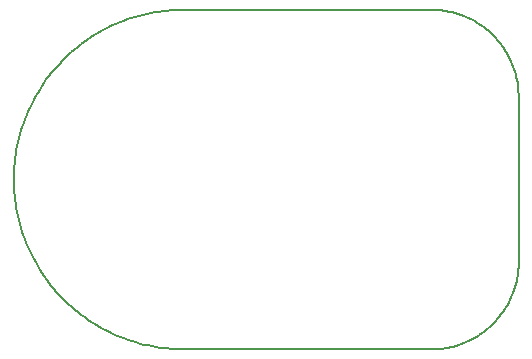
<source format=gm1>
G04 #@! TF.GenerationSoftware,KiCad,Pcbnew,7.0.2-0*
G04 #@! TF.CreationDate,2023-12-21T10:07:40-08:00*
G04 #@! TF.ProjectId,MM Skirt,4d4d2053-6b69-4727-942e-6b696361645f,rev?*
G04 #@! TF.SameCoordinates,Original*
G04 #@! TF.FileFunction,Profile,NP*
%FSLAX46Y46*%
G04 Gerber Fmt 4.6, Leading zero omitted, Abs format (unit mm)*
G04 Created by KiCad (PCBNEW 7.0.2-0) date 2023-12-21 10:07:40*
%MOMM*%
%LPD*%
G01*
G04 APERTURE LIST*
%ADD10C,0.200000*%
G04 APERTURE END LIST*
D10*
X134982428Y-79220625D02*
X135346475Y-79220645D01*
X135673906Y-79220765D01*
X135967356Y-79221080D01*
X136229461Y-79221690D01*
X136462857Y-79222692D01*
X136670180Y-79224185D01*
X136938044Y-79227559D01*
X137162071Y-79232588D01*
X137407961Y-79242442D01*
X137612822Y-79256612D01*
X137843330Y-79281591D01*
X137889318Y-79287679D01*
X144272000Y-88646000D02*
X144271999Y-88989308D01*
X144271999Y-89332616D01*
X144271999Y-89675925D01*
X144271999Y-90019233D01*
X144271999Y-90362541D01*
X144272000Y-90705850D01*
X144272000Y-91049158D01*
X144272000Y-91392467D01*
X144272000Y-91735775D01*
X144272000Y-92079084D01*
X144272000Y-92422392D01*
X144272000Y-92765700D01*
X144272001Y-93109009D01*
X144272001Y-93452317D01*
X144272001Y-93795626D01*
X144272001Y-94138934D01*
X144272000Y-94482243D01*
X144272000Y-94825551D01*
X144272000Y-95168859D01*
X144271999Y-95512168D01*
X144271999Y-95855476D01*
X144271998Y-96198785D01*
X144271998Y-96542093D01*
X144271997Y-96885402D01*
X144271996Y-97228710D01*
X144271994Y-97572019D01*
X144271993Y-97915327D01*
X144271992Y-98258636D01*
X144271990Y-98601944D01*
X144271988Y-98945253D01*
X144271986Y-99288561D01*
X144271984Y-99631870D01*
X115137759Y-107941362D02*
X114827504Y-107921342D01*
X114512682Y-107894145D01*
X114193577Y-107859478D01*
X113870473Y-107817044D01*
X113543654Y-107766548D01*
X113213405Y-107707696D01*
X112880011Y-107640193D01*
X112543756Y-107563744D01*
X112204925Y-107478052D01*
X111863802Y-107382825D01*
X111520672Y-107277765D01*
X111175819Y-107162579D01*
X110829528Y-107036972D01*
X110482083Y-106900648D01*
X110133769Y-106753312D01*
X109784871Y-106594670D01*
X139184167Y-107599104D02*
X138942963Y-107674851D01*
X138717308Y-107739555D01*
X138500939Y-107794065D01*
X138287594Y-107839230D01*
X138071009Y-107875901D01*
X137844922Y-107904925D01*
X137603069Y-107927154D01*
X137339189Y-107943436D01*
X137047018Y-107954622D01*
X136720293Y-107961560D01*
X136352753Y-107965101D01*
X136151719Y-107965863D01*
X135938133Y-107966094D01*
X135711212Y-107965900D01*
X135470172Y-107965388D01*
X135214231Y-107964664D01*
X134942606Y-107963833D01*
X134654515Y-107963003D01*
X134349174Y-107962279D01*
X134025800Y-107961768D01*
X133683611Y-107961576D01*
X133683611Y-107961576D02*
X133384447Y-107961577D01*
X133096365Y-107961579D01*
X132818092Y-107961581D01*
X132548356Y-107961583D01*
X132285885Y-107961585D01*
X132029405Y-107961587D01*
X131777644Y-107961589D01*
X131529329Y-107961591D01*
X131283189Y-107961594D01*
X131037950Y-107961596D01*
X130792340Y-107961598D01*
X130545086Y-107961601D01*
X130294915Y-107961604D01*
X130040556Y-107961606D01*
X129780736Y-107961609D01*
X129514182Y-107961613D01*
X129514182Y-107961613D02*
X129243883Y-107961616D01*
X128970577Y-107961619D01*
X128694572Y-107961623D01*
X128416176Y-107961626D01*
X128135697Y-107961630D01*
X127853444Y-107961634D01*
X127569724Y-107961638D01*
X127284846Y-107961642D01*
X126999118Y-107961646D01*
X126712848Y-107961650D01*
X126426345Y-107961655D01*
X126139916Y-107961659D01*
X125853870Y-107961664D01*
X125568516Y-107961668D01*
X125284160Y-107961673D01*
X125001112Y-107961677D01*
X124719680Y-107961682D01*
X124440172Y-107961686D01*
X124162896Y-107961691D01*
X123888161Y-107961696D01*
X123616274Y-107961700D01*
X123347543Y-107961705D01*
X123082278Y-107961709D01*
X122820786Y-107961714D01*
X122563376Y-107961718D01*
X122310355Y-107961723D01*
X122062032Y-107961727D01*
X121818715Y-107961732D01*
X121580713Y-107961736D01*
X121348333Y-107961740D01*
X121121884Y-107961744D01*
X120901674Y-107961749D01*
X144241694Y-101254748D02*
X144213890Y-101511963D01*
X144184204Y-101724098D01*
X144145423Y-101951389D01*
X144096173Y-102192648D01*
X144035081Y-102446687D01*
X143960776Y-102712317D01*
X143871885Y-102988349D01*
X143803843Y-103177563D01*
X143728301Y-103370520D01*
X143644852Y-103566868D01*
X143553091Y-103766254D01*
X143452611Y-103968328D01*
X142741516Y-82094725D02*
X142896226Y-82302992D01*
X143019693Y-82480523D01*
X143147334Y-82676508D01*
X143277170Y-82891101D01*
X143407222Y-83124456D01*
X143535512Y-83376725D01*
X143660061Y-83648064D01*
X143740038Y-83839626D01*
X143816887Y-84039777D01*
X143890022Y-84248562D01*
X143958856Y-84466028D01*
X144022803Y-84692219D01*
X140583146Y-80206327D02*
X140756517Y-80309446D01*
X140940188Y-80425686D01*
X141132669Y-80555800D01*
X141332469Y-80700538D01*
X141538098Y-80860654D01*
X141748067Y-81036898D01*
X141960885Y-81230023D01*
X142175063Y-81440781D01*
X142317867Y-81591453D01*
X142460171Y-81750519D01*
X142601535Y-81918202D01*
X142741516Y-82094725D01*
X143452611Y-103968328D02*
X143329212Y-104197679D01*
X143221099Y-104384258D01*
X143098730Y-104581489D01*
X142961282Y-104787724D01*
X142807929Y-105001316D01*
X142637847Y-105220616D01*
X142450212Y-105443976D01*
X142314964Y-105594325D01*
X142171304Y-105745258D01*
X142018988Y-105896286D01*
X141857771Y-106046921D01*
X141687411Y-106196676D01*
X144022803Y-84692219D02*
X144072564Y-84886739D01*
X144134253Y-85160215D01*
X144181965Y-85422911D01*
X144217462Y-85687405D01*
X144242507Y-85966279D01*
X144254268Y-86166397D01*
X144262689Y-86382224D01*
X144268293Y-86617488D01*
X144271602Y-86875917D01*
X144273138Y-87161239D01*
X144273423Y-87477180D01*
X144272980Y-87827469D01*
X144272332Y-88215833D01*
X144272093Y-88425458D01*
X144272000Y-88646000D01*
X105341963Y-103338474D02*
X105126795Y-103099778D01*
X104914662Y-102853511D01*
X104705888Y-102599716D01*
X104500799Y-102338436D01*
X104299720Y-102069714D01*
X104102976Y-101793593D01*
X103910892Y-101510117D01*
X103723795Y-101219328D01*
X103542008Y-100921270D01*
X103365859Y-100615985D01*
X103195671Y-100303518D01*
X103031770Y-99983911D01*
X102874482Y-99657208D01*
X102724132Y-99323451D01*
X102581044Y-98982684D01*
X102445546Y-98634950D01*
X120901674Y-107961749D02*
X120437828Y-107961757D01*
X120001274Y-107961761D01*
X119591111Y-107961757D01*
X119206442Y-107961741D01*
X118846367Y-107961710D01*
X118509989Y-107961660D01*
X118196409Y-107961587D01*
X117904727Y-107961487D01*
X117634046Y-107961358D01*
X117383467Y-107961193D01*
X117152092Y-107960991D01*
X116939021Y-107960748D01*
X116564198Y-107960121D01*
X116251812Y-107959282D01*
X115994672Y-107958202D01*
X115785591Y-107956851D01*
X115546353Y-107954249D01*
X115328478Y-107949550D01*
X115137759Y-107941362D01*
X101537039Y-93188738D02*
X101551072Y-92843418D01*
X101573441Y-92498407D01*
X101604113Y-92153905D01*
X101643058Y-91810114D01*
X101690242Y-91467236D01*
X101745634Y-91125471D01*
X101809203Y-90785021D01*
X101880915Y-90446088D01*
X101960740Y-90108872D01*
X102048646Y-89773575D01*
X102144600Y-89440399D01*
X102248571Y-89109544D01*
X102360526Y-88781212D01*
X102480435Y-88455605D01*
X102608264Y-88132923D01*
X102743983Y-87813369D01*
X102445546Y-98634950D02*
X102333873Y-98326220D01*
X102228499Y-98012609D01*
X102129642Y-97694260D01*
X102037520Y-97371314D01*
X101952353Y-97043911D01*
X101874360Y-96712192D01*
X101803758Y-96376300D01*
X101740766Y-96036375D01*
X101685603Y-95692558D01*
X101638488Y-95344991D01*
X101599639Y-94993814D01*
X101569274Y-94639170D01*
X101547614Y-94281199D01*
X101534875Y-93920042D01*
X101531277Y-93555841D01*
X101537039Y-93188738D01*
X110494853Y-80276714D02*
X110817409Y-80150296D01*
X111142952Y-80031752D01*
X111471279Y-79921120D01*
X111802191Y-79818440D01*
X112135486Y-79723750D01*
X112470964Y-79637089D01*
X112808424Y-79558497D01*
X113147664Y-79488012D01*
X113488486Y-79425674D01*
X113830686Y-79371521D01*
X114174066Y-79325592D01*
X114518423Y-79287927D01*
X114863558Y-79258565D01*
X115209269Y-79237544D01*
X115555356Y-79224904D01*
X115901618Y-79220684D01*
X141687411Y-106196676D02*
X141491183Y-106358423D01*
X141322598Y-106488840D01*
X141135500Y-106624812D01*
X140929745Y-106764313D01*
X140705191Y-106905317D01*
X140461695Y-107045799D01*
X140199113Y-107183733D01*
X140013384Y-107273273D01*
X139819068Y-107360181D01*
X139616121Y-107443855D01*
X139404502Y-107523696D01*
X139184167Y-107599104D01*
X105880473Y-83290990D02*
X106131766Y-83052455D01*
X106388793Y-82820086D01*
X106651386Y-82593992D01*
X106919375Y-82374286D01*
X107192592Y-82161079D01*
X107470869Y-81954483D01*
X107754037Y-81754610D01*
X108041927Y-81561572D01*
X108334372Y-81375480D01*
X108631203Y-81196445D01*
X108932251Y-81024581D01*
X109237347Y-80859998D01*
X109546324Y-80702808D01*
X109859013Y-80553123D01*
X110175245Y-80411054D01*
X110494853Y-80276714D01*
X109784871Y-106594670D02*
X109506340Y-106459837D01*
X109226141Y-106316646D01*
X108944655Y-106164927D01*
X108662265Y-106004508D01*
X108379352Y-105835217D01*
X108096297Y-105656884D01*
X107813483Y-105469336D01*
X107531291Y-105272402D01*
X107250102Y-105065911D01*
X106970300Y-104849691D01*
X106692265Y-104623571D01*
X106416379Y-104387380D01*
X106143024Y-104140946D01*
X105872582Y-103884098D01*
X105605434Y-103616664D01*
X105341963Y-103338474D01*
X102743983Y-87813369D02*
X102886801Y-87498664D01*
X103037231Y-87187430D01*
X103195163Y-86879838D01*
X103360486Y-86576061D01*
X103533088Y-86276271D01*
X103712859Y-85980640D01*
X103899688Y-85689341D01*
X104093464Y-85402545D01*
X104294077Y-85120426D01*
X104501415Y-84843155D01*
X104715368Y-84570904D01*
X104935824Y-84303847D01*
X105162674Y-84042154D01*
X105395806Y-83785999D01*
X105635109Y-83535553D01*
X105880473Y-83290990D01*
X115901618Y-79220684D02*
X116465714Y-79220683D01*
X117036082Y-79220681D01*
X117612303Y-79220679D01*
X118193957Y-79220676D01*
X118780625Y-79220673D01*
X119371886Y-79220669D01*
X119967321Y-79220665D01*
X120566511Y-79220661D01*
X121169036Y-79220657D01*
X121774476Y-79220652D01*
X122382411Y-79220648D01*
X122992423Y-79220643D01*
X123604091Y-79220638D01*
X124216997Y-79220633D01*
X124830719Y-79220629D01*
X125444839Y-79220624D01*
X126058937Y-79220620D01*
X126672593Y-79220616D01*
X127285388Y-79220613D01*
X127896902Y-79220610D01*
X128506716Y-79220607D01*
X129114410Y-79220605D01*
X129719564Y-79220603D01*
X130321758Y-79220602D01*
X130920574Y-79220602D01*
X131515591Y-79220603D01*
X132106391Y-79220604D01*
X132692552Y-79220606D01*
X133273656Y-79220609D01*
X133849283Y-79220613D01*
X134419013Y-79220618D01*
X134982428Y-79220625D01*
X144271984Y-99631870D02*
X144271957Y-99904887D01*
X144271781Y-100140335D01*
X144271305Y-100342562D01*
X144269948Y-100568035D01*
X144266587Y-100793395D01*
X144259201Y-101007560D01*
X144244445Y-101223805D01*
X144241694Y-101254748D01*
X137889318Y-79287679D02*
X138154867Y-79328423D01*
X138370823Y-79368739D01*
X138599993Y-79418836D01*
X138841312Y-79479988D01*
X139093716Y-79553473D01*
X139356140Y-79640566D01*
X139627521Y-79742541D01*
X139812892Y-79819423D01*
X140001455Y-79903865D01*
X140192895Y-79996244D01*
X140386897Y-80096938D01*
X140583146Y-80206327D01*
M02*

</source>
